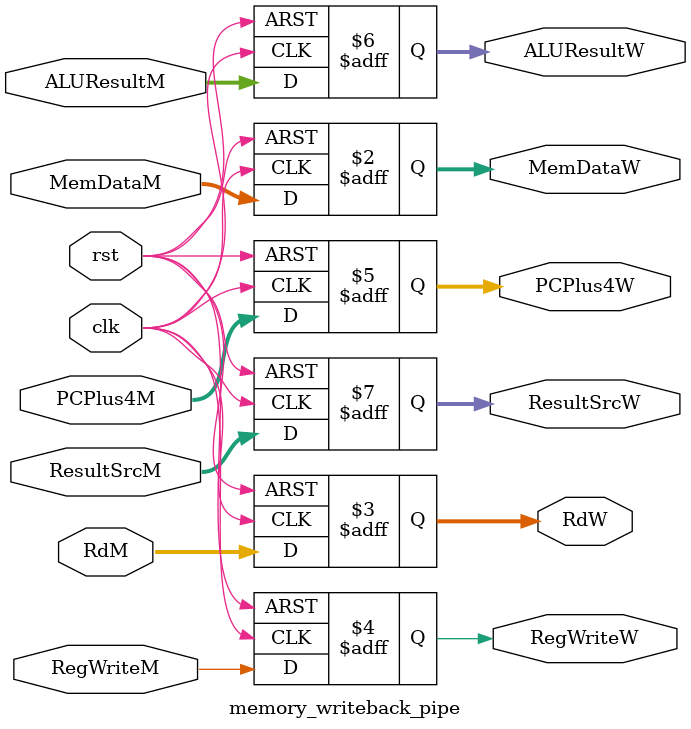
<source format=sv>
module memory_writeback_pipe #(
    parameter DATA_WIDTH = 32
)(
    input logic clk,
    input logic rst,
    input logic [DATA_WIDTH-1:0] ALUResultM,
    input logic [DATA_WIDTH-1:0] MemDataM,
    input logic [4:0] RdM,
    input logic RegWriteM,
    input logic [DATA_WIDTH-1:0] PCPlus4M,
    input logic [1:0] ResultSrcM,
    // Expose MemDataW (memory read data) as the name used throughout the
    // pipelined modules (top.sv uses MemDataW). There was an extraneous
    // ReadDataW output here which was never connected by top; remove it.
    output logic [DATA_WIDTH-1:0] MemDataW,
    output logic [4:0] RdW,
    output logic RegWriteW,
    output logic [DATA_WIDTH-1:0] PCPlus4W,
    output logic [DATA_WIDTH-1:0] ALUResultW,
    output logic [1:0] ResultSrcW
);

    always_ff @(posedge clk or posedge rst) begin
        if (rst) begin
            MemDataW <= 32'b0; RdW <= 5'b0; RegWriteW <= 1'b0;
            ALUResultW <= 32'b0; PCPlus4W <= 32'b0; ResultSrcW <= 2'b0;
        end else begin
            MemDataW <= MemDataM;
            RdW <= RdM;
            RegWriteW <= RegWriteM;
            ALUResultW <= ALUResultM;
            PCPlus4W <= PCPlus4M;
            ResultSrcW <= ResultSrcM;
        end
    end
endmodule

</source>
